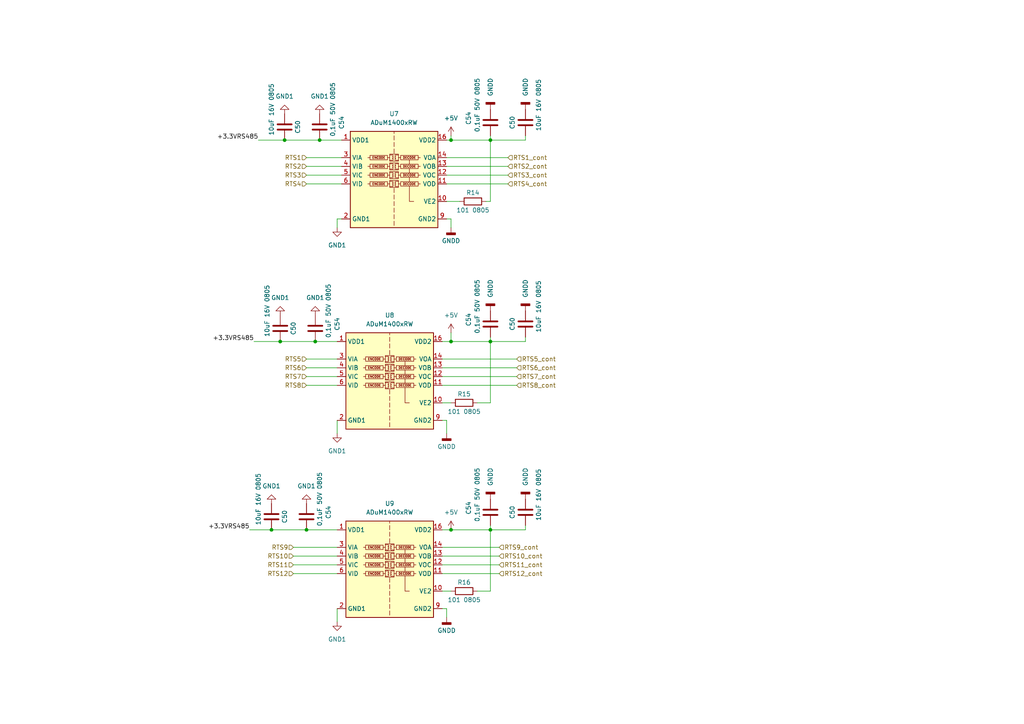
<source format=kicad_sch>
(kicad_sch (version 20230121) (generator eeschema)
  (paper "A4")
  (lib_symbols
    (symbol "Device:C" (pin_numbers hide) (pin_names (offset 0.254))
      (property "Reference" "C" (at 0.635 2.54 0))
      (property "Value" "C" (at 0.635 -2.54 0))
      (symbol "C_0_1"
        (polyline (pts (xy -2.032 -0.762) (xy 2.032 -0.762)) (stroke (width 0.508)))
        (polyline (pts (xy -2.032 0.762) (xy 2.032 0.762)) (stroke (width 0.508)))
      )
      (symbol "C_1_1"
        (pin passive line (at 0 3.81 270) (length 2.794) (name "~") (number "1"))
        (pin passive line (at 0 -3.81 90) (length 2.794) (name "~") (number "2"))
      )
    )
    (symbol "Device:R" (pin_numbers hide) (pin_names (offset 0))
      (property "Reference" "R" (at 2.032 0 90))
      (property "Value" "R" (at 0 0 90))
      (symbol "R_0_1"
        (rectangle (start -1.016 -2.54) (end 1.016 2.54) (stroke (width 0.254)))
      )
      (symbol "R_1_1"
        (pin passive line (at 0 3.81 270) (length 1.27) (name "~") (number "1"))
        (pin passive line (at 0 -3.81 90) (length 1.27) (name "~") (number "2"))
      )
    )
    (symbol "Isolator:ADuM1400xRW"
      (property "Reference" "U" (at 0 19.05 0))
      (property "Value" "ADuM1400xRW" (at 0 16.51 0))
      (symbol "ADuM1400xRW_0_0"
        (rectangle (start -1.905 0.635) (end -6.985 -0.635))
        (rectangle (start -1.27 1.016) (end 1.27 -1.016))
        (rectangle (start -1.27 3.556) (end 1.27 1.524))
        (rectangle (start -1.27 6.096) (end 1.27 4.064))
        (rectangle (start -1.27 8.636) (end 1.27 6.604))
        (arc (start -0.508 -0.762) (mid -0.2551 -0.508) (end -0.508 -0.254))
        (arc (start -0.508 -0.254) (mid -0.2551 0) (end -0.508 0.254))
        (arc (start -0.508 0.254) (mid -0.2551 0.508) (end -0.508 0.762))
        (arc (start -0.508 1.778) (mid -0.2551 2.032) (end -0.508 2.286))
        (arc (start -0.508 2.286) (mid -0.2551 2.54) (end -0.508 2.794))
        (arc (start -0.508 2.794) (mid -0.2551 3.048) (end -0.508 3.302))
        (arc (start -0.508 4.318) (mid -0.2551 4.572) (end -0.508 4.826))
        (arc (start -0.508 4.826) (mid -0.2551 5.08) (end -0.508 5.334))
        (arc (start -0.508 5.334) (mid -0.2551 5.588) (end -0.508 5.842))
        (arc (start -0.508 6.858) (mid -0.2551 7.112) (end -0.508 7.366))
        (arc (start -0.508 7.366) (mid -0.2551 7.62) (end -0.508 7.874))
        (arc (start -0.508 7.874) (mid -0.2551 8.128) (end -0.508 8.382))
        (polyline (pts (xy -6.985 0) (xy -7.62 0)))
        (polyline (pts (xy -6.985 2.54) (xy -7.62 2.54)))
        (polyline (pts (xy -6.985 5.08) (xy -7.62 5.08)))
        (polyline (pts (xy -6.985 7.62) (xy -7.62 7.62)))
        (polyline (pts (xy -1.905 0) (xy -1.27 0)))
        (polyline (pts (xy -1.905 2.54) (xy -1.27 2.54)))
        (polyline (pts (xy -1.905 5.08) (xy -1.27 5.08)))
        (polyline (pts (xy -1.905 7.62) (xy -1.27 7.62)))
        (polyline (pts (xy -1.27 -0.762) (xy -0.508 -0.762)))
        (polyline (pts (xy -1.27 0.762) (xy -0.508 0.762)))
        (polyline (pts (xy -1.27 1.778) (xy -0.508 1.778)))
        (polyline (pts (xy -1.27 3.302) (xy -0.508 3.302)))
        (polyline (pts (xy -1.27 4.318) (xy -0.508 4.318)))
        (polyline (pts (xy -1.27 5.842) (xy -0.508 5.842)))
        (polyline (pts (xy -1.27 6.858) (xy -0.508 6.858)))
        (polyline (pts (xy -1.27 8.382) (xy -0.508 8.382)))
        (polyline (pts (xy 0 -10.795) (xy 0 -12.065)))
        (polyline (pts (xy 0 -8.89) (xy 0 -10.16)))
        (polyline (pts (xy 0 -6.985) (xy 0 -8.255)))
        (polyline (pts (xy 0 -5.08) (xy 0 -6.35)))
        (polyline (pts (xy 0 -3.175) (xy 0 -4.445)))
        (polyline (pts (xy 0 -1.27) (xy 0 -2.54)))
        (polyline (pts (xy 0 8.89) (xy 0 10.16)))
        (polyline (pts (xy 0 10.795) (xy 0 12.065)))
        (polyline (pts (xy 0 12.7) (xy 0 13.97)))
        (polyline (pts (xy 0 15.24) (xy 0 14.605)))
        (polyline (pts (xy 1.27 -0.762) (xy 0.508 -0.762)))
        (polyline (pts (xy 1.27 0.762) (xy 0.508 0.762)))
        (polyline (pts (xy 1.27 1.778) (xy 0.508 1.778)))
        (polyline (pts (xy 1.27 3.302) (xy 0.508 3.302)))
        (polyline (pts (xy 1.27 4.318) (xy 0.508 4.318)))
        (polyline (pts (xy 1.27 5.842) (xy 0.508 5.842)))
        (polyline (pts (xy 1.27 6.858) (xy 0.508 6.858)))
        (polyline (pts (xy 1.27 8.382) (xy 0.508 8.382)))
        (polyline (pts (xy 1.905 0) (xy 1.27 0)))
        (polyline (pts (xy 1.905 2.54) (xy 1.27 2.54)))
        (polyline (pts (xy 1.905 5.08) (xy 1.27 5.08)))
        (polyline (pts (xy 1.905 7.62) (xy 1.27 7.62)))
        (polyline (pts (xy 4.445 0.635) (xy 4.445 1.905)))
        (polyline (pts (xy 4.445 3.175) (xy 4.445 4.445)))
        (polyline (pts (xy 4.445 5.715) (xy 4.445 6.985)))
        (polyline (pts (xy 6.985 0) (xy 7.62 0)))
        (polyline (pts (xy 6.985 2.54) (xy 7.62 2.54)))
        (polyline (pts (xy 6.985 5.08) (xy 7.62 5.08)))
        (polyline (pts (xy 6.985 7.62) (xy 7.62 7.62)))
        (polyline (pts (xy 5.715 -5.08) (xy 4.445 -5.08) (xy 4.445 -0.635)))
        (arc (start 0.508 -0.254) (mid 0.2551 -0.508) (end 0.508 -0.762))
        (arc (start 0.508 0.254) (mid 0.2551 0) (end 0.508 -0.254))
        (arc (start 0.508 0.762) (mid 0.2551 0.508) (end 0.508 0.254))
        (arc (start 0.508 2.286) (mid 0.2551 2.032) (end 0.508 1.778))
        (arc (start 0.508 2.794) (mid 0.2551 2.54) (end 0.508 2.286))
        (arc (start 0.508 3.302) (mid 0.2551 3.048) (end 0.508 2.794))
        (arc (start 0.508 4.826) (mid 0.2551 4.572) (end 0.508 4.318))
        (arc (start 0.508 5.334) (mid 0.2551 5.08) (end 0.508 4.826))
        (arc (start 0.508 5.842) (mid 0.2551 5.588) (end 0.508 5.334))
        (arc (start 0.508 7.366) (mid 0.2551 7.112) (end 0.508 6.858))
        (arc (start 0.508 7.874) (mid 0.2551 7.62) (end 0.508 7.366))
        (arc (start 0.508 8.382) (mid 0.2551 8.128) (end 0.508 7.874))
        (rectangle (start 1.905 0.635) (end 6.985 -0.635))
        (rectangle (start 1.905 3.175) (end 6.985 1.905))
        (rectangle (start 1.905 5.715) (end 6.985 4.445))
        (rectangle (start 1.905 8.255) (end 6.985 6.985))
        (text "DECODE" (at 4.445 0 0) (effects (font (size 0.635 0.635))))
        (text "DECODE" (at 4.445 2.54 0) (effects (font (size 0.635 0.635))))
        (text "DECODE" (at 4.445 5.08 0) (effects (font (size 0.635 0.635))))
        (text "DECODE" (at 4.445 7.62 0) (effects (font (size 0.635 0.635))))
        (text "ENCODE" (at -4.445 0 0) (effects (font (size 0.635 0.635))))
        (text "ENCODE" (at -4.445 2.54 0) (effects (font (size 0.635 0.635))))
        (text "ENCODE" (at -4.445 5.08 0) (effects (font (size 0.635 0.635))))
        (text "ENCODE" (at -4.445 7.62 0) (effects (font (size 0.635 0.635))))
      )
      (symbol "ADuM1400xRW_0_1"
        (rectangle (start -12.7 15.24) (end 12.7 -12.7) (stroke (width 0.254)) (fill (type background)))
        (rectangle (start -1.905 3.175) (end -6.985 1.905))
        (rectangle (start -1.905 5.715) (end -6.985 4.445))
        (rectangle (start -1.905 8.255) (end -6.985 6.985))
      )
      (symbol "ADuM1400xRW_1_1"
        (pin power_in line (at -15.24 12.7 0) (length 2.54) (name "VDD1") (number "1"))
        (pin input line (at 15.24 -5.08 180) (length 2.54) (name "VE2") (number "10"))
        (pin output line (at 15.24 0 180) (length 2.54) (name "VOD") (number "11"))
        (pin output line (at 15.24 2.54 180) (length 2.54) (name "VOC") (number "12"))
        (pin output line (at 15.24 5.08 180) (length 2.54) (name "VOB") (number "13"))
        (pin output line (at 15.24 7.62 180) (length 2.54) (name "VOA") (number "14"))
        (pin passive line (at 15.24 -10.16 180) (length 2.54) hide (name "GND2") (number "15"))
        (pin power_in line (at 15.24 12.7 180) (length 2.54) (name "VDD2") (number "16"))
        (pin power_in line (at -15.24 -10.16 0) (length 2.54) (name "GND1") (number "2"))
        (pin input line (at -15.24 7.62 0) (length 2.54) (name "VIA") (number "3"))
        (pin input line (at -15.24 5.08 0) (length 2.54) (name "VIB") (number "4"))
        (pin input line (at -15.24 2.54 0) (length 2.54) (name "VIC") (number "5"))
        (pin input line (at -15.24 0 0) (length 2.54) (name "VID") (number "6"))
        (pin no_connect line (at -12.7 -5.08 0) (length 2.54) hide (name "NC") (number "7"))
        (pin passive line (at -15.24 -10.16 0) (length 2.54) hide (name "GND1") (number "8"))
        (pin power_in line (at 15.24 -10.16 180) (length 2.54) (name "GND2") (number "9"))
      )
    )
    (symbol "PCM_4ms_Power-symbol:+5V" (power) (pin_numbers hide) (pin_names (offset 0) hide)
      (property "Value" "+5V" (at 0 3.556 0))
      (symbol "+5V_0_1"
        (polyline (pts (xy -0.762 1.27) (xy 0 2.54)))
        (polyline (pts (xy 0 0) (xy 0 2.54)))
        (polyline (pts (xy 0 2.54) (xy 0.762 1.27)))
      )
      (symbol "+5V_1_1"
        (pin power_in line (at 0 0 90) (length 0) hide (name "+5V") (number "1"))
      )
    )
    (symbol "power:GND1" (power) (pin_numbers hide) (pin_names (offset 0) hide)
      (property "Value" "GND1" (at 0 -3.81 0))
      (symbol "GND1_0_1"
        (polyline (pts (xy 0 0) (xy 0 -1.27) (xy 1.27 -1.27) (xy 0 -2.54) (xy -1.27 -1.27) (xy 0 -1.27)))
      )
      (symbol "GND1_1_1"
        (pin power_in line (at 0 0 270) (length 0) hide (name "GND1") (number "1"))
      )
    )
    (symbol "power:GNDD" (power) (pin_numbers hide) (pin_names (offset 0) hide)
      (property "Value" "GNDD" (at 0 -3.175 0))
      (symbol "GNDD_0_1"
        (rectangle (start -1.27 -1.524) (end 1.27 -2.032) (stroke (width 0.254)) (fill (type outline)))
        (polyline (pts (xy 0 0) (xy 0 -1.524)))
      )
      (symbol "GNDD_1_1"
        (pin power_in line (at 0 0 270) (length 0) hide (name "GNDD") (number "1"))
      )
    )
  )
  (junction (at 81.28 99.06))
  (junction (at 88.9 153.67))
  (junction (at 142.24 40.64))
  (junction (at 130.81 40.64))
  (junction (at 91.44 99.06))
  (junction (at 142.24 153.67))
  (junction (at 142.24 99.06))
  (junction (at 130.81 153.67))
  (junction (at 78.74 153.67))
  (junction (at 92.71 40.64))
  (junction (at 130.81 99.06))
  (junction (at 82.55 40.64))
  (wire (pts (xy 130.81 96.52) (xy 130.81 99.06)))
  (wire (pts (xy 128.27 109.22) (xy 149.86 109.22)))
  (wire (pts (xy 128.27 158.75) (xy 144.78 158.75)))
  (wire (pts (xy 128.27 166.37) (xy 144.78 166.37)))
  (wire (pts (xy 142.24 39.37) (xy 142.24 40.64)))
  (wire (pts (xy 129.54 50.8) (xy 147.32 50.8)))
  (wire (pts (xy 130.81 153.67) (xy 142.24 153.67)))
  (wire (pts (xy 152.4 97.79) (xy 152.4 99.06)))
  (wire (pts (xy 88.9 48.26) (xy 99.06 48.26)))
  (wire (pts (xy 81.28 99.06) (xy 91.44 99.06)))
  (wire (pts (xy 142.24 171.45) (xy 142.24 153.67)))
  (wire (pts (xy 129.54 121.92) (xy 129.54 125.73)))
  (wire (pts (xy 129.54 53.34) (xy 147.32 53.34)))
  (wire (pts (xy 138.43 171.45) (xy 142.24 171.45)))
  (wire (pts (xy 129.54 45.72) (xy 147.32 45.72)))
  (wire (pts (xy 128.27 121.92) (xy 129.54 121.92)))
  (wire (pts (xy 85.09 161.29) (xy 97.79 161.29)))
  (wire (pts (xy 97.79 176.53) (xy 97.79 180.34)))
  (wire (pts (xy 91.44 99.06) (xy 97.79 99.06)))
  (wire (pts (xy 88.9 50.8) (xy 99.06 50.8)))
  (wire (pts (xy 128.27 106.68) (xy 149.86 106.68)))
  (wire (pts (xy 152.4 39.37) (xy 152.4 40.64)))
  (wire (pts (xy 129.54 58.42) (xy 133.35 58.42)))
  (wire (pts (xy 85.09 158.75) (xy 97.79 158.75)))
  (wire (pts (xy 92.71 40.64) (xy 99.06 40.64)))
  (wire (pts (xy 85.09 166.37) (xy 97.79 166.37)))
  (wire (pts (xy 128.27 176.53) (xy 129.54 176.53)))
  (wire (pts (xy 142.24 58.42) (xy 142.24 40.64)))
  (wire (pts (xy 128.27 163.83) (xy 144.78 163.83)))
  (wire (pts (xy 128.27 104.14) (xy 149.86 104.14)))
  (wire (pts (xy 88.9 106.68) (xy 97.79 106.68)))
  (wire (pts (xy 129.54 40.64) (xy 130.81 40.64)))
  (wire (pts (xy 128.27 171.45) (xy 130.81 171.45)))
  (wire (pts (xy 88.9 153.67) (xy 97.79 153.67)))
  (wire (pts (xy 88.9 104.14) (xy 97.79 104.14)))
  (wire (pts (xy 128.27 116.84) (xy 130.81 116.84)))
  (wire (pts (xy 88.9 53.34) (xy 99.06 53.34)))
  (wire (pts (xy 128.27 99.06) (xy 130.81 99.06)))
  (wire (pts (xy 129.54 48.26) (xy 147.32 48.26)))
  (wire (pts (xy 73.66 99.06) (xy 81.28 99.06)))
  (wire (pts (xy 152.4 152.4) (xy 152.4 153.67)))
  (wire (pts (xy 74.93 40.64) (xy 82.55 40.64)))
  (wire (pts (xy 97.79 63.5) (xy 97.79 66.04)))
  (wire (pts (xy 128.27 153.67) (xy 130.81 153.67)))
  (wire (pts (xy 152.4 99.06) (xy 142.24 99.06)))
  (wire (pts (xy 85.09 163.83) (xy 97.79 163.83)))
  (wire (pts (xy 72.39 153.67) (xy 78.74 153.67)))
  (wire (pts (xy 88.9 109.22) (xy 97.79 109.22)))
  (wire (pts (xy 152.4 40.64) (xy 142.24 40.64)))
  (wire (pts (xy 88.9 45.72) (xy 99.06 45.72)))
  (wire (pts (xy 142.24 40.64) (xy 130.81 40.64)))
  (wire (pts (xy 128.27 111.76) (xy 149.86 111.76)))
  (wire (pts (xy 142.24 152.4) (xy 142.24 153.67)))
  (wire (pts (xy 88.9 111.76) (xy 97.79 111.76)))
  (wire (pts (xy 142.24 153.67) (xy 152.4 153.67)))
  (wire (pts (xy 78.74 153.67) (xy 88.9 153.67)))
  (wire (pts (xy 130.81 63.5) (xy 130.81 66.04)))
  (wire (pts (xy 82.55 40.64) (xy 92.71 40.64)))
  (wire (pts (xy 97.79 63.5) (xy 99.06 63.5)))
  (wire (pts (xy 128.27 161.29) (xy 144.78 161.29)))
  (wire (pts (xy 130.81 40.64) (xy 130.81 39.37)))
  (wire (pts (xy 97.79 121.92) (xy 97.79 125.73)))
  (wire (pts (xy 130.81 99.06) (xy 142.24 99.06)))
  (wire (pts (xy 129.54 63.5) (xy 130.81 63.5)))
  (wire (pts (xy 138.43 116.84) (xy 142.24 116.84)))
  (wire (pts (xy 142.24 97.79) (xy 142.24 99.06)))
  (wire (pts (xy 142.24 116.84) (xy 142.24 99.06)))
  (wire (pts (xy 129.54 176.53) (xy 129.54 179.07)))
  (wire (pts (xy 140.97 58.42) (xy 142.24 58.42)))
  (label "+3.3VRS485" (at 72.39 153.67 180))
  (label "+3.3VRS485" (at 73.66 99.06 180))
  (label "+3.3VRS485" (at 74.93 40.64 180))
  (hierarchical_label "RTS8" (shape input) (at 88.9 111.76 180))
  (hierarchical_label "RTS3" (shape input) (at 88.9 50.8 180))
  (hierarchical_label "RTS11" (shape input) (at 85.09 163.83 180))
  (hierarchical_label "RTS9_cont" (shape input) (at 144.78 158.75 0))
  (hierarchical_label "RTS7" (shape input) (at 88.9 109.22 180))
  (hierarchical_label "RTS2" (shape input) (at 88.9 48.26 180))
  (hierarchical_label "RTS8_cont" (shape input) (at 149.86 111.76 0))
  (hierarchical_label "RTS10_cont" (shape input) (at 144.78 161.29 0))
  (hierarchical_label "RTS4" (shape input) (at 88.9 53.34 180))
  (hierarchical_label "RTS6_cont" (shape input) (at 149.86 106.68 0))
  (hierarchical_label "RTS4_cont" (shape input) (at 147.32 53.34 0))
  (hierarchical_label "RTS12_cont" (shape input) (at 144.78 166.37 0))
  (hierarchical_label "RTS7_cont" (shape input) (at 149.86 109.22 0))
  (hierarchical_label "RTS3_cont" (shape input) (at 147.32 50.8 0))
  (hierarchical_label "RTS11_cont" (shape input) (at 144.78 163.83 0))
  (hierarchical_label "RTS5" (shape input) (at 88.9 104.14 180))
  (hierarchical_label "RTS12" (shape input) (at 85.09 166.37 180))
  (hierarchical_label "RTS10" (shape input) (at 85.09 161.29 180))
  (hierarchical_label "RTS9" (shape input) (at 85.09 158.75 180))
  (hierarchical_label "RTS2_cont" (shape input) (at 147.32 48.26 0))
  (hierarchical_label "RTS5_cont" (shape input) (at 149.86 104.14 0))
  (hierarchical_label "RTS1" (shape input) (at 88.9 45.72 180))
  (hierarchical_label "RTS6" (shape input) (at 88.9 106.68 180))
  (hierarchical_label "RTS1_cont" (shape input) (at 147.32 45.72 0))
  (symbol (lib_id "power:GNDD") (at 142.24 144.78 180) (unit 1)
    (property "Reference" "#PWR0126" (effects hide))
    (property "Value" "GNDD" (at 142.24 140.97 90) (effects (justify right)))
    (instances (project "ПА и коммутации" (path "" (reference "#PWR0126") (unit 1))) (project "Плата основного контроллера" (path "" (reference "#PWR038") (unit 1)) (path "" (reference "#PWR064") (unit 1))) (project "Плата внешних шаговых двигателей" (path "" (reference "#PWR014") (unit 1))) (project "ИБП" (path "" (reference "#PWR0188") (unit 1)) (path "" (reference "#PWR0189") (unit 1)) (path "" (reference "#PWR0217") (unit 1))) (project "CommonControl" (path "" (reference "#PWR014") (unit 1)) (path "" (reference "#PWR0126") (unit 1))))
  )
  (symbol (lib_id "power:GNDD") (at 130.81 66.04 0) (unit 1)
    (property "Reference" "#PWR020" (effects hide))
    (property "Value" "GNDD" (at 130.81 69.85 0))
    (instances (project "Плата основного контроллера" (path "" (reference "#PWR020") (unit 1)) (path "" (reference "#PWR054") (unit 1))) (project "Плата внешних шаговых двигателей" (path "" (reference "#PWR019") (unit 1))))
  )
  (symbol (lib_id "power:GNDD") (at 152.4 144.78 180) (unit 1)
    (property "Reference" "#PWR0122" (effects hide))
    (property "Value" "GNDD" (at 152.4 140.97 90) (effects (justify right)))
    (instances (project "ПА и коммутации" (path "" (reference "#PWR0122") (unit 1))) (project "Плата основного контроллера" (path "" (reference "#PWR024") (unit 1)) (path "" (reference "#PWR065") (unit 1))) (project "Плата внешних шаговых двигателей" (path "" (reference "#PWR014") (unit 1))) (project "ИБП" (path "" (reference "#PWR0188") (unit 1)) (path "" (reference "#PWR0189") (unit 1)) (path "" (reference "#PWR0213") (unit 1))) (project "CommonControl" (path "" (reference "#PWR014") (unit 1)) (path "" (reference "#PWR0122") (unit 1))))
  )
  (symbol (lib_id "Device:C") (at 92.71 36.83 0) (mirror x) (unit 1)
    (property "Reference" "C54" (at 99.06 35.56 90))
    (property "Value" "0,1uF 50V 0805" (at 96.52 31.75 90))
    (property "Footprint" "Capacitor_SMD:C_0805_2012Metric_Pad1.18x1.45mm_HandSolder" (effects hide))
    (instances (project "ПА и коммутации" (path "" (reference "C54") (unit 1))) (project "Плата основного контроллера" (path "" (reference "C22") (unit 1)) (path "" (reference "C29") (unit 1))) (project "ИБП" (path "" (reference "C140") (unit 1))) (project "CommonControl" (path "" (reference "C54") (unit 1))))
  )
  (symbol (lib_id "Isolator:ADuM1400xRW") (at 113.03 166.37 0) (unit 1)
    (property "Reference" "U9" (at 113.03 146.05 0))
    (property "Value" "ADuM1400xRW" (at 113.03 148.59 0))
    (property "Footprint" "Package_SO:SOIC-16W_7.5x10.3mm_P1.27mm" (effects hide))
    (property "Datasheet" "https://www.analog.com/media/en/technical-documentation/data-sheets/ADUM1400_1401_1402.pdf" (effects hide))
  )
  (symbol (lib_id "power:GNDD") (at 142.24 90.17 180) (unit 1)
    (property "Reference" "#PWR0126" (effects hide))
    (property "Value" "GNDD" (at 142.24 86.36 90) (effects (justify right)))
    (instances (project "ПА и коммутации" (path "" (reference "#PWR0126") (unit 1))) (project "Плата основного контроллера" (path "" (reference "#PWR038") (unit 1)) (path "" (reference "#PWR062") (unit 1))) (project "Плата внешних шаговых двигателей" (path "" (reference "#PWR014") (unit 1))) (project "ИБП" (path "" (reference "#PWR0188") (unit 1)) (path "" (reference "#PWR0189") (unit 1)) (path "" (reference "#PWR0217") (unit 1))) (project "CommonControl" (path "" (reference "#PWR014") (unit 1)) (path "" (reference "#PWR0126") (unit 1))))
  )
  (symbol (lib_id "Device:C") (at 152.4 35.56 0) (unit 1)
    (property "Reference" "C50" (at 148.59 35.56 90))
    (property "Value" "10uF 16V 0805" (at 156.21 30.48 90))
    (property "Footprint" "PCM_Resistor_SMD_AKL:R_0805_2012Metric_Pad1.20x1.40mm_HandSolder" (effects hide))
    (instances (project "ПА и коммутации" (path "" (reference "C50") (unit 1))) (project "Плата основного контроллера" (path "" (reference "C18") (unit 1)) (path "" (reference "C23") (unit 1))) (project "ИБП" (path "" (reference "C136") (unit 1))) (project "CommonControl" (path "" (reference "C50") (unit 1))))
  )
  (symbol (lib_id "power:GND1") (at 81.28 91.44 180) (unit 1)
    (property "Reference" "#PWR016" (effects hide))
    (property "Value" "GND1" (at 81.28 86.36 0))
    (instances (project "Плата основного контроллера" (path "" (reference "#PWR016") (unit 1)) (path "" (reference "#PWR068") (unit 1))) (project "Плата внешних шаговых двигателей" (path "" (reference "#PWR015") (unit 1))))
  )
  (symbol (lib_id "power:GND1") (at 97.79 125.73 0) (unit 1)
    (property "Reference" "#PWR016" (effects hide))
    (property "Value" "GND1" (at 97.79 130.81 0))
    (instances (project "Плата основного контроллера" (path "" (reference "#PWR016") (unit 1)) (path "" (reference "#PWR052") (unit 1))) (project "Плата внешних шаговых двигателей" (path "" (reference "#PWR015") (unit 1))))
  )
  (symbol (lib_id "Isolator:ADuM1400xRW") (at 113.03 111.76 0) (unit 1)
    (property "Reference" "U8" (at 113.03 91.44 0))
    (property "Value" "ADuM1400xRW" (at 113.03 93.98 0))
    (property "Footprint" "Package_SO:SOIC-16W_7.5x10.3mm_P1.27mm" (effects hide))
    (property "Datasheet" "https://www.analog.com/media/en/technical-documentation/data-sheets/ADUM1400_1401_1402.pdf" (effects hide))
  )
  (symbol (lib_id "Device:R") (at 134.62 116.84 270) (unit 1)
    (property "Reference" "R15" (at 134.62 114.3 90))
    (property "Value" "101 0805" (at 134.62 119.38 90))
    (property "Footprint" "PCM_4ms_Resistor:R_0805_2012Metric" (effects hide))
  )
  (symbol (lib_id "Device:C") (at 152.4 148.59 0) (unit 1)
    (property "Reference" "C50" (at 148.59 148.59 90))
    (property "Value" "10uF 16V 0805" (at 156.21 143.51 90))
    (property "Footprint" "PCM_Resistor_SMD_AKL:R_0805_2012Metric_Pad1.20x1.40mm_HandSolder" (effects hide))
    (instances (project "ПА и коммутации" (path "" (reference "C50") (unit 1))) (project "Плата основного контроллера" (path "" (reference "C18") (unit 1)) (path "" (reference "C28") (unit 1))) (project "ИБП" (path "" (reference "C136") (unit 1))) (project "CommonControl" (path "" (reference "C50") (unit 1))))
  )
  (symbol (lib_id "power:GND1") (at 88.9 146.05 180) (unit 1)
    (property "Reference" "#PWR016" (effects hide))
    (property "Value" "GND1" (at 88.9 140.97 0))
    (instances (project "Плата основного контроллера" (path "" (reference "#PWR016") (unit 1)) (path "" (reference "#PWR071") (unit 1))) (project "Плата внешних шаговых двигателей" (path "" (reference "#PWR015") (unit 1))))
  )
  (symbol (lib_id "power:GNDD") (at 142.24 31.75 180) (unit 1)
    (property "Reference" "#PWR0126" (effects hide))
    (property "Value" "GNDD" (at 142.24 27.94 90) (effects (justify right)))
    (instances (project "ПА и коммутации" (path "" (reference "#PWR0126") (unit 1))) (project "Плата основного контроллера" (path "" (reference "#PWR038") (unit 1)) (path "" (reference "#PWR061") (unit 1))) (project "Плата внешних шаговых двигателей" (path "" (reference "#PWR014") (unit 1))) (project "ИБП" (path "" (reference "#PWR0188") (unit 1)) (path "" (reference "#PWR0189") (unit 1)) (path "" (reference "#PWR0217") (unit 1))) (project "CommonControl" (path "" (reference "#PWR014") (unit 1)) (path "" (reference "#PWR0126") (unit 1))))
  )
  (symbol (lib_id "Isolator:ADuM1400xRW") (at 114.3 53.34 0) (unit 1)
    (property "Reference" "U7" (at 114.3 33.02 0))
    (property "Value" "ADuM1400xRW" (at 114.3 35.56 0))
    (property "Footprint" "Package_SO:SOIC-16W_7.5x10.3mm_P1.27mm" (effects hide))
    (property "Datasheet" "https://www.analog.com/media/en/technical-documentation/data-sheets/ADUM1400_1401_1402.pdf" (effects hide))
  )
  (symbol (lib_id "Device:R") (at 137.16 58.42 270) (unit 1)
    (property "Reference" "R14" (at 137.16 55.88 90))
    (property "Value" "101 0805" (at 137.16 60.96 90))
    (property "Footprint" "PCM_4ms_Resistor:R_0805_2012Metric" (effects hide))
  )
  (symbol (lib_id "power:GND1") (at 97.79 66.04 0) (unit 1)
    (property "Reference" "#PWR016" (effects hide))
    (property "Value" "GND1" (at 97.79 71.12 0))
    (instances (project "Плата основного контроллера" (path "" (reference "#PWR016") (unit 1)) (path "" (reference "#PWR049") (unit 1))) (project "Плата внешних шаговых двигателей" (path "" (reference "#PWR015") (unit 1))))
  )
  (symbol (lib_id "power:GND1") (at 78.74 146.05 180) (unit 1)
    (property "Reference" "#PWR016" (effects hide))
    (property "Value" "GND1" (at 78.74 140.97 0))
    (instances (project "Плата основного контроллера" (path "" (reference "#PWR016") (unit 1)) (path "" (reference "#PWR070") (unit 1))) (project "Плата внешних шаговых двигателей" (path "" (reference "#PWR015") (unit 1))))
  )
  (symbol (lib_id "PCM_4ms_Power-symbol:+5V") (at 130.81 39.37 0) (unit 1)
    (property "Reference" "#PWR04" (effects hide))
    (property "Value" "+5V" (at 130.81 34.29 0))
    (instances (project "Плата основного контроллера" (path "" (reference "#PWR04") (unit 1)) (path "" (reference "#PWR011") (unit 1)) (path "" (reference "#PWR057") (unit 1))))
  )
  (symbol (lib_id "power:GND1") (at 92.71 33.02 180) (unit 1)
    (property "Reference" "#PWR016" (effects hide))
    (property "Value" "GND1" (at 92.71 27.94 0))
    (instances (project "Плата основного контроллера" (path "" (reference "#PWR016") (unit 1)) (path "" (reference "#PWR067") (unit 1))) (project "Плата внешних шаговых двигателей" (path "" (reference "#PWR015") (unit 1))))
  )
  (symbol (lib_id "PCM_4ms_Power-symbol:+5V") (at 130.81 153.67 0) (unit 1)
    (property "Reference" "#PWR04" (effects hide))
    (property "Value" "+5V" (at 130.81 148.59 0))
    (instances (project "Плата основного контроллера" (path "" (reference "#PWR04") (unit 1)) (path "" (reference "#PWR011") (unit 1)) (path "" (reference "#PWR059") (unit 1))))
  )
  (symbol (lib_id "power:GND1") (at 97.79 180.34 0) (unit 1)
    (property "Reference" "#PWR016" (effects hide))
    (property "Value" "GND1" (at 97.79 185.42 0))
    (instances (project "Плата основного контроллера" (path "" (reference "#PWR016") (unit 1)) (path "" (reference "#PWR053") (unit 1))) (project "Плата внешних шаговых двигателей" (path "" (reference "#PWR015") (unit 1))))
  )
  (symbol (lib_id "Device:C") (at 142.24 35.56 180) (unit 1)
    (property "Reference" "C54" (at 135.89 34.29 90))
    (property "Value" "0,1uF 50V 0805" (at 138.43 30.48 90))
    (property "Footprint" "Capacitor_SMD:C_0805_2012Metric_Pad1.18x1.45mm_HandSolder" (effects hide))
    (instances (project "ПА и коммутации" (path "" (reference "C54") (unit 1))) (project "Плата основного контроллера" (path "" (reference "C22") (unit 1)) (path "" (reference "C24") (unit 1))) (project "ИБП" (path "" (reference "C140") (unit 1))) (project "CommonControl" (path "" (reference "C54") (unit 1))))
  )
  (symbol (lib_id "power:GNDD") (at 129.54 125.73 0) (unit 1)
    (property "Reference" "#PWR020" (effects hide))
    (property "Value" "GNDD" (at 129.54 129.54 0))
    (instances (project "Плата основного контроллера" (path "" (reference "#PWR020") (unit 1)) (path "" (reference "#PWR055") (unit 1))) (project "Плата внешних шаговых двигателей" (path "" (reference "#PWR019") (unit 1))))
  )
  (symbol (lib_id "power:GND1") (at 82.55 33.02 180) (unit 1)
    (property "Reference" "#PWR016" (effects hide))
    (property "Value" "GND1" (at 82.55 27.94 0))
    (instances (project "Плата основного контроллера" (path "" (reference "#PWR016") (unit 1)) (path "" (reference "#PWR066") (unit 1))) (project "Плата внешних шаговых двигателей" (path "" (reference "#PWR015") (unit 1))))
  )
  (symbol (lib_id "power:GNDD") (at 152.4 90.17 180) (unit 1)
    (property "Reference" "#PWR0122" (effects hide))
    (property "Value" "GNDD" (at 152.4 86.36 90) (effects (justify right)))
    (instances (project "ПА и коммутации" (path "" (reference "#PWR0122") (unit 1))) (project "Плата основного контроллера" (path "" (reference "#PWR024") (unit 1)) (path "" (reference "#PWR063") (unit 1))) (project "Плата внешних шаговых двигателей" (path "" (reference "#PWR014") (unit 1))) (project "ИБП" (path "" (reference "#PWR0188") (unit 1)) (path "" (reference "#PWR0189") (unit 1)) (path "" (reference "#PWR0213") (unit 1))) (project "CommonControl" (path "" (reference "#PWR014") (unit 1)) (path "" (reference "#PWR0122") (unit 1))))
  )
  (symbol (lib_id "Device:R") (at 134.62 171.45 270) (unit 1)
    (property "Reference" "R16" (at 134.62 168.91 90))
    (property "Value" "101 0805" (at 134.62 173.99 90))
    (property "Footprint" "PCM_4ms_Resistor:R_0805_2012Metric" (effects hide))
  )
  (symbol (lib_id "Device:C") (at 81.28 95.25 0) (mirror y) (unit 1)
    (property "Reference" "C50" (at 85.09 95.25 90))
    (property "Value" "10uF 16V 0805" (at 77.47 90.17 90))
    (property "Footprint" "PCM_Resistor_SMD_AKL:R_0805_2012Metric_Pad1.20x1.40mm_HandSolder" (effects hide))
    (instances (project "ПА и коммутации" (path "" (reference "C50") (unit 1))) (project "Плата основного контроллера" (path "" (reference "C18") (unit 1)) (path "" (reference "C31") (unit 1))) (project "ИБП" (path "" (reference "C136") (unit 1))) (project "CommonControl" (path "" (reference "C50") (unit 1))))
  )
  (symbol (lib_id "PCM_4ms_Power-symbol:+5V") (at 130.81 96.52 0) (unit 1)
    (property "Reference" "#PWR04" (effects hide))
    (property "Value" "+5V" (at 130.81 91.44 0))
    (instances (project "Плата основного контроллера" (path "" (reference "#PWR04") (unit 1)) (path "" (reference "#PWR011") (unit 1)) (path "" (reference "#PWR058") (unit 1))))
  )
  (symbol (lib_id "Device:C") (at 142.24 148.59 180) (unit 1)
    (property "Reference" "C54" (at 135.89 147.32 90))
    (property "Value" "0,1uF 50V 0805" (at 138.43 143.51 90))
    (property "Footprint" "Capacitor_SMD:C_0805_2012Metric_Pad1.18x1.45mm_HandSolder" (effects hide))
    (instances (project "ПА и коммутации" (path "" (reference "C54") (unit 1))) (project "Плата основного контроллера" (path "" (reference "C22") (unit 1)) (path "" (reference "C27") (unit 1))) (project "ИБП" (path "" (reference "C140") (unit 1))) (project "CommonControl" (path "" (reference "C54") (unit 1))))
  )
  (symbol (lib_id "power:GNDD") (at 152.4 31.75 180) (unit 1)
    (property "Reference" "#PWR0122" (effects hide))
    (property "Value" "GNDD" (at 152.4 27.94 90) (effects (justify right)))
    (instances (project "ПА и коммутации" (path "" (reference "#PWR0122") (unit 1))) (project "Плата основного контроллера" (path "" (reference "#PWR024") (unit 1)) (path "" (reference "#PWR060") (unit 1))) (project "Плата внешних шаговых двигателей" (path "" (reference "#PWR014") (unit 1))) (project "ИБП" (path "" (reference "#PWR0188") (unit 1)) (path "" (reference "#PWR0189") (unit 1)) (path "" (reference "#PWR0213") (unit 1))) (project "CommonControl" (path "" (reference "#PWR014") (unit 1)) (path "" (reference "#PWR0122") (unit 1))))
  )
  (symbol (lib_id "Device:C") (at 88.9 149.86 0) (mirror x) (unit 1)
    (property "Reference" "C54" (at 95.25 148.59 90))
    (property "Value" "0,1uF 50V 0805" (at 92.71 144.78 90))
    (property "Footprint" "Capacitor_SMD:C_0805_2012Metric_Pad1.18x1.45mm_HandSolder" (effects hide))
    (instances (project "ПА и коммутации" (path "" (reference "C54") (unit 1))) (project "Плата основного контроллера" (path "" (reference "C22") (unit 1)) (path "" (reference "C34") (unit 1))) (project "ИБП" (path "" (reference "C140") (unit 1))) (project "CommonControl" (path "" (reference "C54") (unit 1))))
  )
  (symbol (lib_id "Device:C") (at 91.44 95.25 0) (mirror x) (unit 1)
    (property "Reference" "C54" (at 97.79 93.98 90))
    (property "Value" "0,1uF 50V 0805" (at 95.25 90.17 90))
    (property "Footprint" "Capacitor_SMD:C_0805_2012Metric_Pad1.18x1.45mm_HandSolder" (effects hide))
    (instances (project "ПА и коммутации" (path "" (reference "C54") (unit 1))) (project "Плата основного контроллера" (path "" (reference "C22") (unit 1)) (path "" (reference "C32") (unit 1))) (project "ИБП" (path "" (reference "C140") (unit 1))) (project "CommonControl" (path "" (reference "C54") (unit 1))))
  )
  (symbol (lib_id "Device:C") (at 78.74 149.86 0) (mirror y) (unit 1)
    (property "Reference" "C50" (at 82.55 149.86 90))
    (property "Value" "10uF 16V 0805" (at 74.93 144.78 90))
    (property "Footprint" "PCM_Resistor_SMD_AKL:R_0805_2012Metric_Pad1.20x1.40mm_HandSolder" (effects hide))
    (instances (project "ПА и коммутации" (path "" (reference "C50") (unit 1))) (project "Плата основного контроллера" (path "" (reference "C18") (unit 1)) (path "" (reference "C33") (unit 1))) (project "ИБП" (path "" (reference "C136") (unit 1))) (project "CommonControl" (path "" (reference "C50") (unit 1))))
  )
  (symbol (lib_id "Device:C") (at 82.55 36.83 0) (mirror y) (unit 1)
    (property "Reference" "C50" (at 86.36 36.83 90))
    (property "Value" "10uF 16V 0805" (at 78.74 31.75 90))
    (property "Footprint" "PCM_Resistor_SMD_AKL:R_0805_2012Metric_Pad1.20x1.40mm_HandSolder" (effects hide))
    (instances (project "ПА и коммутации" (path "" (reference "C50") (unit 1))) (project "Плата основного контроллера" (path "" (reference "C18") (unit 1)) (path "" (reference "C30") (unit 1))) (project "ИБП" (path "" (reference "C136") (unit 1))) (project "CommonControl" (path "" (reference "C50") (unit 1))))
  )
  (symbol (lib_id "Device:C") (at 152.4 93.98 0) (unit 1)
    (property "Reference" "C50" (at 148.59 93.98 90))
    (property "Value" "10uF 16V 0805" (at 156.21 88.9 90))
    (property "Footprint" "PCM_Resistor_SMD_AKL:R_0805_2012Metric_Pad1.20x1.40mm_HandSolder" (effects hide))
    (instances (project "ПА и коммутации" (path "" (reference "C50") (unit 1))) (project "Плата основного контроллера" (path "" (reference "C18") (unit 1)) (path "" (reference "C26") (unit 1))) (project "ИБП" (path "" (reference "C136") (unit 1))) (project "CommonControl" (path "" (reference "C50") (unit 1))))
  )
  (symbol (lib_id "power:GNDD") (at 129.54 179.07 0) (unit 1)
    (property "Reference" "#PWR020" (effects hide))
    (property "Value" "GNDD" (at 129.54 182.88 0))
    (instances (project "Плата основного контроллера" (path "" (reference "#PWR020") (unit 1)) (path "" (reference "#PWR056") (unit 1))) (project "Плата внешних шаговых двигателей" (path "" (reference "#PWR019") (unit 1))))
  )
  (symbol (lib_id "Device:C") (at 142.24 93.98 180) (unit 1)
    (property "Reference" "C54" (at 135.89 92.71 90))
    (property "Value" "0,1uF 50V 0805" (at 138.43 88.9 90))
    (property "Footprint" "Capacitor_SMD:C_0805_2012Metric_Pad1.18x1.45mm_HandSolder" (effects hide))
    (instances (project "ПА и коммутации" (path "" (reference "C54") (unit 1))) (project "Плата основного контроллера" (path "" (reference "C22") (unit 1)) (path "" (reference "C25") (unit 1))) (project "ИБП" (path "" (reference "C140") (unit 1))) (project "CommonControl" (path "" (reference "C54") (unit 1))))
  )
  (symbol (lib_id "power:GND1") (at 91.44 91.44 180) (unit 1)
    (property "Reference" "#PWR016" (effects hide))
    (property "Value" "GND1" (at 91.44 86.36 0))
    (instances (project "Плата основного контроллера" (path "" (reference "#PWR016") (unit 1)) (path "" (reference "#PWR069") (unit 1))) (project "Плата внешних шаговых двигателей" (path "" (reference "#PWR015") (unit 1))))
  )
)
</source>
